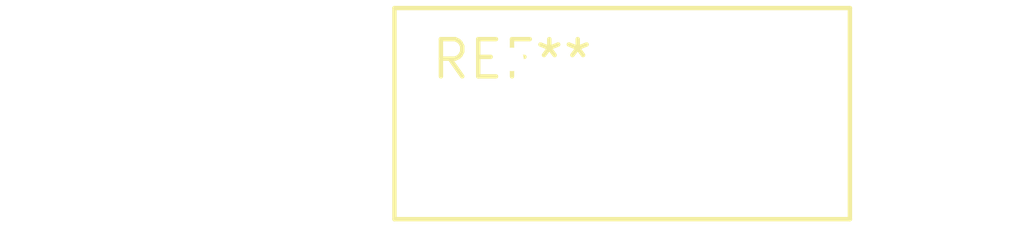
<source format=kicad_pcb>
(kicad_pcb (version 20240108) (generator pcbnew)
  (layers (0 "F.Cu" signal) (31 "B.Cu" signal) (34 "B.Paste" user) (35 "F.Paste" user) (36 "B.SilkS" user "B.Silkscreen") (37 "F.SilkS" user "F.Silkscreen") (38 "B.Mask" user) (39 "F.Mask" user) (44 "Edge.Cuts" user))
  (net 0 "")
  (footprint "RV_Disc_D15.5mm_W7.2mm_P7.5mm" (layer "F.Cu") (at 0 0)
    (property "Reference" "REF**")
    (property "Value" "RV_Disc_D15.5mm_W7.2mm_P7.5mm")
    (fp_line (start -4 -1.75) (end -4 5.45) (layer "F.SilkS") (stroke (width 0.15)))
    (fp_line (start -4 -1.75) (end 11.5 -1.75) (layer "F.SilkS") (stroke (width 0.15)))
    (fp_line (start -4 5.45) (end 11.5 5.45) (layer "F.SilkS") (stroke (width 0.15)))
    (fp_line (start 11.5 -1.75) (end 11.5 5.45) (layer "F.SilkS") (stroke (width 0.15)))
    (pad "1" thru_hole circle (at 0 0) (size 1.8 1.8) (drill 0.8) (layers *.Cu *.Mask) (remove_unused_layers))
    (pad "2" thru_hole circle (at 7.5 3.7) (size 1.8 1.8) (drill 0.8) (layers *.Cu *.Mask) (remove_unused_layers))
  )
)
</source>
